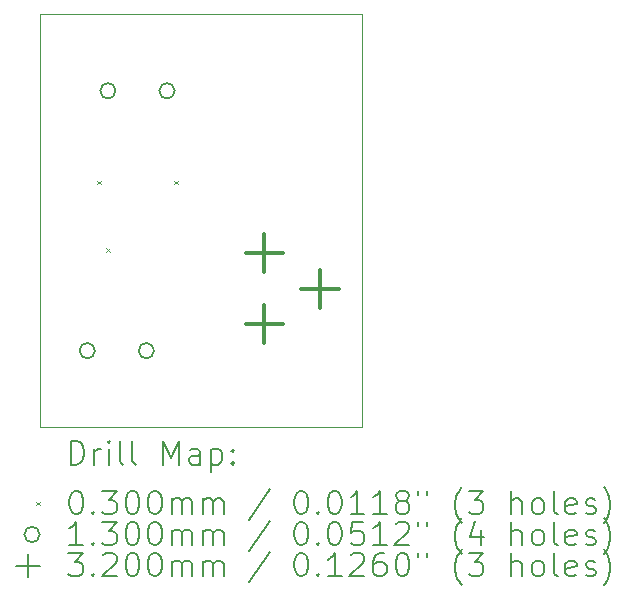
<source format=gbr>
%TF.GenerationSoftware,KiCad,Pcbnew,8.0.4*%
%TF.CreationDate,2024-11-20T20:43:32-05:00*%
%TF.ProjectId,voltage_regulator_5V_ap2210,766f6c74-6167-4655-9f72-6567756c6174,rev?*%
%TF.SameCoordinates,Original*%
%TF.FileFunction,Drillmap*%
%TF.FilePolarity,Positive*%
%FSLAX45Y45*%
G04 Gerber Fmt 4.5, Leading zero omitted, Abs format (unit mm)*
G04 Created by KiCad (PCBNEW 8.0.4) date 2024-11-20 20:43:32*
%MOMM*%
%LPD*%
G01*
G04 APERTURE LIST*
%ADD10C,0.050000*%
%ADD11C,0.200000*%
%ADD12C,0.100000*%
%ADD13C,0.130000*%
%ADD14C,0.320000*%
G04 APERTURE END LIST*
D10*
X9325000Y-3975000D02*
X12050000Y-3975000D01*
X12050000Y-7475000D01*
X9325000Y-7475000D01*
X9325000Y-3975000D01*
D11*
D12*
X9810000Y-5385000D02*
X9840000Y-5415000D01*
X9840000Y-5385000D02*
X9810000Y-5415000D01*
X9885000Y-5960000D02*
X9915000Y-5990000D01*
X9915000Y-5960000D02*
X9885000Y-5990000D01*
X10460000Y-5385000D02*
X10490000Y-5415000D01*
X10490000Y-5385000D02*
X10460000Y-5415000D01*
D13*
X9790000Y-6825000D02*
G75*
G02*
X9660000Y-6825000I-65000J0D01*
G01*
X9660000Y-6825000D02*
G75*
G02*
X9790000Y-6825000I65000J0D01*
G01*
X9965000Y-4625000D02*
G75*
G02*
X9835000Y-4625000I-65000J0D01*
G01*
X9835000Y-4625000D02*
G75*
G02*
X9965000Y-4625000I65000J0D01*
G01*
X10290000Y-6825000D02*
G75*
G02*
X10160000Y-6825000I-65000J0D01*
G01*
X10160000Y-6825000D02*
G75*
G02*
X10290000Y-6825000I65000J0D01*
G01*
X10465000Y-4625000D02*
G75*
G02*
X10335000Y-4625000I-65000J0D01*
G01*
X10335000Y-4625000D02*
G75*
G02*
X10465000Y-4625000I65000J0D01*
G01*
D14*
X11225000Y-5840000D02*
X11225000Y-6160000D01*
X11065000Y-6000000D02*
X11385000Y-6000000D01*
X11225000Y-6440000D02*
X11225000Y-6760000D01*
X11065000Y-6600000D02*
X11385000Y-6600000D01*
X11695000Y-6140000D02*
X11695000Y-6460000D01*
X11535000Y-6300000D02*
X11855000Y-6300000D01*
D11*
X9583277Y-7788984D02*
X9583277Y-7588984D01*
X9583277Y-7588984D02*
X9630896Y-7588984D01*
X9630896Y-7588984D02*
X9659467Y-7598508D01*
X9659467Y-7598508D02*
X9678515Y-7617555D01*
X9678515Y-7617555D02*
X9688039Y-7636603D01*
X9688039Y-7636603D02*
X9697563Y-7674698D01*
X9697563Y-7674698D02*
X9697563Y-7703269D01*
X9697563Y-7703269D02*
X9688039Y-7741365D01*
X9688039Y-7741365D02*
X9678515Y-7760412D01*
X9678515Y-7760412D02*
X9659467Y-7779460D01*
X9659467Y-7779460D02*
X9630896Y-7788984D01*
X9630896Y-7788984D02*
X9583277Y-7788984D01*
X9783277Y-7788984D02*
X9783277Y-7655650D01*
X9783277Y-7693746D02*
X9792801Y-7674698D01*
X9792801Y-7674698D02*
X9802324Y-7665174D01*
X9802324Y-7665174D02*
X9821372Y-7655650D01*
X9821372Y-7655650D02*
X9840420Y-7655650D01*
X9907086Y-7788984D02*
X9907086Y-7655650D01*
X9907086Y-7588984D02*
X9897563Y-7598508D01*
X9897563Y-7598508D02*
X9907086Y-7608031D01*
X9907086Y-7608031D02*
X9916610Y-7598508D01*
X9916610Y-7598508D02*
X9907086Y-7588984D01*
X9907086Y-7588984D02*
X9907086Y-7608031D01*
X10030896Y-7788984D02*
X10011848Y-7779460D01*
X10011848Y-7779460D02*
X10002324Y-7760412D01*
X10002324Y-7760412D02*
X10002324Y-7588984D01*
X10135658Y-7788984D02*
X10116610Y-7779460D01*
X10116610Y-7779460D02*
X10107086Y-7760412D01*
X10107086Y-7760412D02*
X10107086Y-7588984D01*
X10364229Y-7788984D02*
X10364229Y-7588984D01*
X10364229Y-7588984D02*
X10430896Y-7731841D01*
X10430896Y-7731841D02*
X10497563Y-7588984D01*
X10497563Y-7588984D02*
X10497563Y-7788984D01*
X10678515Y-7788984D02*
X10678515Y-7684222D01*
X10678515Y-7684222D02*
X10668991Y-7665174D01*
X10668991Y-7665174D02*
X10649944Y-7655650D01*
X10649944Y-7655650D02*
X10611848Y-7655650D01*
X10611848Y-7655650D02*
X10592801Y-7665174D01*
X10678515Y-7779460D02*
X10659467Y-7788984D01*
X10659467Y-7788984D02*
X10611848Y-7788984D01*
X10611848Y-7788984D02*
X10592801Y-7779460D01*
X10592801Y-7779460D02*
X10583277Y-7760412D01*
X10583277Y-7760412D02*
X10583277Y-7741365D01*
X10583277Y-7741365D02*
X10592801Y-7722317D01*
X10592801Y-7722317D02*
X10611848Y-7712793D01*
X10611848Y-7712793D02*
X10659467Y-7712793D01*
X10659467Y-7712793D02*
X10678515Y-7703269D01*
X10773753Y-7655650D02*
X10773753Y-7855650D01*
X10773753Y-7665174D02*
X10792801Y-7655650D01*
X10792801Y-7655650D02*
X10830896Y-7655650D01*
X10830896Y-7655650D02*
X10849944Y-7665174D01*
X10849944Y-7665174D02*
X10859467Y-7674698D01*
X10859467Y-7674698D02*
X10868991Y-7693746D01*
X10868991Y-7693746D02*
X10868991Y-7750888D01*
X10868991Y-7750888D02*
X10859467Y-7769936D01*
X10859467Y-7769936D02*
X10849944Y-7779460D01*
X10849944Y-7779460D02*
X10830896Y-7788984D01*
X10830896Y-7788984D02*
X10792801Y-7788984D01*
X10792801Y-7788984D02*
X10773753Y-7779460D01*
X10954705Y-7769936D02*
X10964229Y-7779460D01*
X10964229Y-7779460D02*
X10954705Y-7788984D01*
X10954705Y-7788984D02*
X10945182Y-7779460D01*
X10945182Y-7779460D02*
X10954705Y-7769936D01*
X10954705Y-7769936D02*
X10954705Y-7788984D01*
X10954705Y-7665174D02*
X10964229Y-7674698D01*
X10964229Y-7674698D02*
X10954705Y-7684222D01*
X10954705Y-7684222D02*
X10945182Y-7674698D01*
X10945182Y-7674698D02*
X10954705Y-7665174D01*
X10954705Y-7665174D02*
X10954705Y-7684222D01*
D12*
X9292500Y-8102500D02*
X9322500Y-8132500D01*
X9322500Y-8102500D02*
X9292500Y-8132500D01*
D11*
X9621372Y-8008984D02*
X9640420Y-8008984D01*
X9640420Y-8008984D02*
X9659467Y-8018508D01*
X9659467Y-8018508D02*
X9668991Y-8028031D01*
X9668991Y-8028031D02*
X9678515Y-8047079D01*
X9678515Y-8047079D02*
X9688039Y-8085174D01*
X9688039Y-8085174D02*
X9688039Y-8132793D01*
X9688039Y-8132793D02*
X9678515Y-8170888D01*
X9678515Y-8170888D02*
X9668991Y-8189936D01*
X9668991Y-8189936D02*
X9659467Y-8199460D01*
X9659467Y-8199460D02*
X9640420Y-8208984D01*
X9640420Y-8208984D02*
X9621372Y-8208984D01*
X9621372Y-8208984D02*
X9602324Y-8199460D01*
X9602324Y-8199460D02*
X9592801Y-8189936D01*
X9592801Y-8189936D02*
X9583277Y-8170888D01*
X9583277Y-8170888D02*
X9573753Y-8132793D01*
X9573753Y-8132793D02*
X9573753Y-8085174D01*
X9573753Y-8085174D02*
X9583277Y-8047079D01*
X9583277Y-8047079D02*
X9592801Y-8028031D01*
X9592801Y-8028031D02*
X9602324Y-8018508D01*
X9602324Y-8018508D02*
X9621372Y-8008984D01*
X9773753Y-8189936D02*
X9783277Y-8199460D01*
X9783277Y-8199460D02*
X9773753Y-8208984D01*
X9773753Y-8208984D02*
X9764229Y-8199460D01*
X9764229Y-8199460D02*
X9773753Y-8189936D01*
X9773753Y-8189936D02*
X9773753Y-8208984D01*
X9849944Y-8008984D02*
X9973753Y-8008984D01*
X9973753Y-8008984D02*
X9907086Y-8085174D01*
X9907086Y-8085174D02*
X9935658Y-8085174D01*
X9935658Y-8085174D02*
X9954705Y-8094698D01*
X9954705Y-8094698D02*
X9964229Y-8104222D01*
X9964229Y-8104222D02*
X9973753Y-8123269D01*
X9973753Y-8123269D02*
X9973753Y-8170888D01*
X9973753Y-8170888D02*
X9964229Y-8189936D01*
X9964229Y-8189936D02*
X9954705Y-8199460D01*
X9954705Y-8199460D02*
X9935658Y-8208984D01*
X9935658Y-8208984D02*
X9878515Y-8208984D01*
X9878515Y-8208984D02*
X9859467Y-8199460D01*
X9859467Y-8199460D02*
X9849944Y-8189936D01*
X10097563Y-8008984D02*
X10116610Y-8008984D01*
X10116610Y-8008984D02*
X10135658Y-8018508D01*
X10135658Y-8018508D02*
X10145182Y-8028031D01*
X10145182Y-8028031D02*
X10154705Y-8047079D01*
X10154705Y-8047079D02*
X10164229Y-8085174D01*
X10164229Y-8085174D02*
X10164229Y-8132793D01*
X10164229Y-8132793D02*
X10154705Y-8170888D01*
X10154705Y-8170888D02*
X10145182Y-8189936D01*
X10145182Y-8189936D02*
X10135658Y-8199460D01*
X10135658Y-8199460D02*
X10116610Y-8208984D01*
X10116610Y-8208984D02*
X10097563Y-8208984D01*
X10097563Y-8208984D02*
X10078515Y-8199460D01*
X10078515Y-8199460D02*
X10068991Y-8189936D01*
X10068991Y-8189936D02*
X10059467Y-8170888D01*
X10059467Y-8170888D02*
X10049944Y-8132793D01*
X10049944Y-8132793D02*
X10049944Y-8085174D01*
X10049944Y-8085174D02*
X10059467Y-8047079D01*
X10059467Y-8047079D02*
X10068991Y-8028031D01*
X10068991Y-8028031D02*
X10078515Y-8018508D01*
X10078515Y-8018508D02*
X10097563Y-8008984D01*
X10288039Y-8008984D02*
X10307086Y-8008984D01*
X10307086Y-8008984D02*
X10326134Y-8018508D01*
X10326134Y-8018508D02*
X10335658Y-8028031D01*
X10335658Y-8028031D02*
X10345182Y-8047079D01*
X10345182Y-8047079D02*
X10354705Y-8085174D01*
X10354705Y-8085174D02*
X10354705Y-8132793D01*
X10354705Y-8132793D02*
X10345182Y-8170888D01*
X10345182Y-8170888D02*
X10335658Y-8189936D01*
X10335658Y-8189936D02*
X10326134Y-8199460D01*
X10326134Y-8199460D02*
X10307086Y-8208984D01*
X10307086Y-8208984D02*
X10288039Y-8208984D01*
X10288039Y-8208984D02*
X10268991Y-8199460D01*
X10268991Y-8199460D02*
X10259467Y-8189936D01*
X10259467Y-8189936D02*
X10249944Y-8170888D01*
X10249944Y-8170888D02*
X10240420Y-8132793D01*
X10240420Y-8132793D02*
X10240420Y-8085174D01*
X10240420Y-8085174D02*
X10249944Y-8047079D01*
X10249944Y-8047079D02*
X10259467Y-8028031D01*
X10259467Y-8028031D02*
X10268991Y-8018508D01*
X10268991Y-8018508D02*
X10288039Y-8008984D01*
X10440420Y-8208984D02*
X10440420Y-8075650D01*
X10440420Y-8094698D02*
X10449944Y-8085174D01*
X10449944Y-8085174D02*
X10468991Y-8075650D01*
X10468991Y-8075650D02*
X10497563Y-8075650D01*
X10497563Y-8075650D02*
X10516610Y-8085174D01*
X10516610Y-8085174D02*
X10526134Y-8104222D01*
X10526134Y-8104222D02*
X10526134Y-8208984D01*
X10526134Y-8104222D02*
X10535658Y-8085174D01*
X10535658Y-8085174D02*
X10554705Y-8075650D01*
X10554705Y-8075650D02*
X10583277Y-8075650D01*
X10583277Y-8075650D02*
X10602325Y-8085174D01*
X10602325Y-8085174D02*
X10611848Y-8104222D01*
X10611848Y-8104222D02*
X10611848Y-8208984D01*
X10707086Y-8208984D02*
X10707086Y-8075650D01*
X10707086Y-8094698D02*
X10716610Y-8085174D01*
X10716610Y-8085174D02*
X10735658Y-8075650D01*
X10735658Y-8075650D02*
X10764229Y-8075650D01*
X10764229Y-8075650D02*
X10783277Y-8085174D01*
X10783277Y-8085174D02*
X10792801Y-8104222D01*
X10792801Y-8104222D02*
X10792801Y-8208984D01*
X10792801Y-8104222D02*
X10802325Y-8085174D01*
X10802325Y-8085174D02*
X10821372Y-8075650D01*
X10821372Y-8075650D02*
X10849944Y-8075650D01*
X10849944Y-8075650D02*
X10868991Y-8085174D01*
X10868991Y-8085174D02*
X10878515Y-8104222D01*
X10878515Y-8104222D02*
X10878515Y-8208984D01*
X11268991Y-7999460D02*
X11097563Y-8256603D01*
X11526134Y-8008984D02*
X11545182Y-8008984D01*
X11545182Y-8008984D02*
X11564229Y-8018508D01*
X11564229Y-8018508D02*
X11573753Y-8028031D01*
X11573753Y-8028031D02*
X11583277Y-8047079D01*
X11583277Y-8047079D02*
X11592801Y-8085174D01*
X11592801Y-8085174D02*
X11592801Y-8132793D01*
X11592801Y-8132793D02*
X11583277Y-8170888D01*
X11583277Y-8170888D02*
X11573753Y-8189936D01*
X11573753Y-8189936D02*
X11564229Y-8199460D01*
X11564229Y-8199460D02*
X11545182Y-8208984D01*
X11545182Y-8208984D02*
X11526134Y-8208984D01*
X11526134Y-8208984D02*
X11507086Y-8199460D01*
X11507086Y-8199460D02*
X11497563Y-8189936D01*
X11497563Y-8189936D02*
X11488039Y-8170888D01*
X11488039Y-8170888D02*
X11478515Y-8132793D01*
X11478515Y-8132793D02*
X11478515Y-8085174D01*
X11478515Y-8085174D02*
X11488039Y-8047079D01*
X11488039Y-8047079D02*
X11497563Y-8028031D01*
X11497563Y-8028031D02*
X11507086Y-8018508D01*
X11507086Y-8018508D02*
X11526134Y-8008984D01*
X11678515Y-8189936D02*
X11688039Y-8199460D01*
X11688039Y-8199460D02*
X11678515Y-8208984D01*
X11678515Y-8208984D02*
X11668991Y-8199460D01*
X11668991Y-8199460D02*
X11678515Y-8189936D01*
X11678515Y-8189936D02*
X11678515Y-8208984D01*
X11811848Y-8008984D02*
X11830896Y-8008984D01*
X11830896Y-8008984D02*
X11849944Y-8018508D01*
X11849944Y-8018508D02*
X11859467Y-8028031D01*
X11859467Y-8028031D02*
X11868991Y-8047079D01*
X11868991Y-8047079D02*
X11878515Y-8085174D01*
X11878515Y-8085174D02*
X11878515Y-8132793D01*
X11878515Y-8132793D02*
X11868991Y-8170888D01*
X11868991Y-8170888D02*
X11859467Y-8189936D01*
X11859467Y-8189936D02*
X11849944Y-8199460D01*
X11849944Y-8199460D02*
X11830896Y-8208984D01*
X11830896Y-8208984D02*
X11811848Y-8208984D01*
X11811848Y-8208984D02*
X11792801Y-8199460D01*
X11792801Y-8199460D02*
X11783277Y-8189936D01*
X11783277Y-8189936D02*
X11773753Y-8170888D01*
X11773753Y-8170888D02*
X11764229Y-8132793D01*
X11764229Y-8132793D02*
X11764229Y-8085174D01*
X11764229Y-8085174D02*
X11773753Y-8047079D01*
X11773753Y-8047079D02*
X11783277Y-8028031D01*
X11783277Y-8028031D02*
X11792801Y-8018508D01*
X11792801Y-8018508D02*
X11811848Y-8008984D01*
X12068991Y-8208984D02*
X11954706Y-8208984D01*
X12011848Y-8208984D02*
X12011848Y-8008984D01*
X12011848Y-8008984D02*
X11992801Y-8037555D01*
X11992801Y-8037555D02*
X11973753Y-8056603D01*
X11973753Y-8056603D02*
X11954706Y-8066127D01*
X12259467Y-8208984D02*
X12145182Y-8208984D01*
X12202325Y-8208984D02*
X12202325Y-8008984D01*
X12202325Y-8008984D02*
X12183277Y-8037555D01*
X12183277Y-8037555D02*
X12164229Y-8056603D01*
X12164229Y-8056603D02*
X12145182Y-8066127D01*
X12373753Y-8094698D02*
X12354706Y-8085174D01*
X12354706Y-8085174D02*
X12345182Y-8075650D01*
X12345182Y-8075650D02*
X12335658Y-8056603D01*
X12335658Y-8056603D02*
X12335658Y-8047079D01*
X12335658Y-8047079D02*
X12345182Y-8028031D01*
X12345182Y-8028031D02*
X12354706Y-8018508D01*
X12354706Y-8018508D02*
X12373753Y-8008984D01*
X12373753Y-8008984D02*
X12411848Y-8008984D01*
X12411848Y-8008984D02*
X12430896Y-8018508D01*
X12430896Y-8018508D02*
X12440420Y-8028031D01*
X12440420Y-8028031D02*
X12449944Y-8047079D01*
X12449944Y-8047079D02*
X12449944Y-8056603D01*
X12449944Y-8056603D02*
X12440420Y-8075650D01*
X12440420Y-8075650D02*
X12430896Y-8085174D01*
X12430896Y-8085174D02*
X12411848Y-8094698D01*
X12411848Y-8094698D02*
X12373753Y-8094698D01*
X12373753Y-8094698D02*
X12354706Y-8104222D01*
X12354706Y-8104222D02*
X12345182Y-8113746D01*
X12345182Y-8113746D02*
X12335658Y-8132793D01*
X12335658Y-8132793D02*
X12335658Y-8170888D01*
X12335658Y-8170888D02*
X12345182Y-8189936D01*
X12345182Y-8189936D02*
X12354706Y-8199460D01*
X12354706Y-8199460D02*
X12373753Y-8208984D01*
X12373753Y-8208984D02*
X12411848Y-8208984D01*
X12411848Y-8208984D02*
X12430896Y-8199460D01*
X12430896Y-8199460D02*
X12440420Y-8189936D01*
X12440420Y-8189936D02*
X12449944Y-8170888D01*
X12449944Y-8170888D02*
X12449944Y-8132793D01*
X12449944Y-8132793D02*
X12440420Y-8113746D01*
X12440420Y-8113746D02*
X12430896Y-8104222D01*
X12430896Y-8104222D02*
X12411848Y-8094698D01*
X12526134Y-8008984D02*
X12526134Y-8047079D01*
X12602325Y-8008984D02*
X12602325Y-8047079D01*
X12897563Y-8285174D02*
X12888039Y-8275650D01*
X12888039Y-8275650D02*
X12868991Y-8247079D01*
X12868991Y-8247079D02*
X12859468Y-8228031D01*
X12859468Y-8228031D02*
X12849944Y-8199460D01*
X12849944Y-8199460D02*
X12840420Y-8151841D01*
X12840420Y-8151841D02*
X12840420Y-8113746D01*
X12840420Y-8113746D02*
X12849944Y-8066127D01*
X12849944Y-8066127D02*
X12859468Y-8037555D01*
X12859468Y-8037555D02*
X12868991Y-8018508D01*
X12868991Y-8018508D02*
X12888039Y-7989936D01*
X12888039Y-7989936D02*
X12897563Y-7980412D01*
X12954706Y-8008984D02*
X13078515Y-8008984D01*
X13078515Y-8008984D02*
X13011848Y-8085174D01*
X13011848Y-8085174D02*
X13040420Y-8085174D01*
X13040420Y-8085174D02*
X13059468Y-8094698D01*
X13059468Y-8094698D02*
X13068991Y-8104222D01*
X13068991Y-8104222D02*
X13078515Y-8123269D01*
X13078515Y-8123269D02*
X13078515Y-8170888D01*
X13078515Y-8170888D02*
X13068991Y-8189936D01*
X13068991Y-8189936D02*
X13059468Y-8199460D01*
X13059468Y-8199460D02*
X13040420Y-8208984D01*
X13040420Y-8208984D02*
X12983277Y-8208984D01*
X12983277Y-8208984D02*
X12964229Y-8199460D01*
X12964229Y-8199460D02*
X12954706Y-8189936D01*
X13316610Y-8208984D02*
X13316610Y-8008984D01*
X13402325Y-8208984D02*
X13402325Y-8104222D01*
X13402325Y-8104222D02*
X13392801Y-8085174D01*
X13392801Y-8085174D02*
X13373753Y-8075650D01*
X13373753Y-8075650D02*
X13345182Y-8075650D01*
X13345182Y-8075650D02*
X13326134Y-8085174D01*
X13326134Y-8085174D02*
X13316610Y-8094698D01*
X13526134Y-8208984D02*
X13507087Y-8199460D01*
X13507087Y-8199460D02*
X13497563Y-8189936D01*
X13497563Y-8189936D02*
X13488039Y-8170888D01*
X13488039Y-8170888D02*
X13488039Y-8113746D01*
X13488039Y-8113746D02*
X13497563Y-8094698D01*
X13497563Y-8094698D02*
X13507087Y-8085174D01*
X13507087Y-8085174D02*
X13526134Y-8075650D01*
X13526134Y-8075650D02*
X13554706Y-8075650D01*
X13554706Y-8075650D02*
X13573753Y-8085174D01*
X13573753Y-8085174D02*
X13583277Y-8094698D01*
X13583277Y-8094698D02*
X13592801Y-8113746D01*
X13592801Y-8113746D02*
X13592801Y-8170888D01*
X13592801Y-8170888D02*
X13583277Y-8189936D01*
X13583277Y-8189936D02*
X13573753Y-8199460D01*
X13573753Y-8199460D02*
X13554706Y-8208984D01*
X13554706Y-8208984D02*
X13526134Y-8208984D01*
X13707087Y-8208984D02*
X13688039Y-8199460D01*
X13688039Y-8199460D02*
X13678515Y-8180412D01*
X13678515Y-8180412D02*
X13678515Y-8008984D01*
X13859468Y-8199460D02*
X13840420Y-8208984D01*
X13840420Y-8208984D02*
X13802325Y-8208984D01*
X13802325Y-8208984D02*
X13783277Y-8199460D01*
X13783277Y-8199460D02*
X13773753Y-8180412D01*
X13773753Y-8180412D02*
X13773753Y-8104222D01*
X13773753Y-8104222D02*
X13783277Y-8085174D01*
X13783277Y-8085174D02*
X13802325Y-8075650D01*
X13802325Y-8075650D02*
X13840420Y-8075650D01*
X13840420Y-8075650D02*
X13859468Y-8085174D01*
X13859468Y-8085174D02*
X13868991Y-8104222D01*
X13868991Y-8104222D02*
X13868991Y-8123269D01*
X13868991Y-8123269D02*
X13773753Y-8142317D01*
X13945182Y-8199460D02*
X13964230Y-8208984D01*
X13964230Y-8208984D02*
X14002325Y-8208984D01*
X14002325Y-8208984D02*
X14021372Y-8199460D01*
X14021372Y-8199460D02*
X14030896Y-8180412D01*
X14030896Y-8180412D02*
X14030896Y-8170888D01*
X14030896Y-8170888D02*
X14021372Y-8151841D01*
X14021372Y-8151841D02*
X14002325Y-8142317D01*
X14002325Y-8142317D02*
X13973753Y-8142317D01*
X13973753Y-8142317D02*
X13954706Y-8132793D01*
X13954706Y-8132793D02*
X13945182Y-8113746D01*
X13945182Y-8113746D02*
X13945182Y-8104222D01*
X13945182Y-8104222D02*
X13954706Y-8085174D01*
X13954706Y-8085174D02*
X13973753Y-8075650D01*
X13973753Y-8075650D02*
X14002325Y-8075650D01*
X14002325Y-8075650D02*
X14021372Y-8085174D01*
X14097563Y-8285174D02*
X14107087Y-8275650D01*
X14107087Y-8275650D02*
X14126134Y-8247079D01*
X14126134Y-8247079D02*
X14135658Y-8228031D01*
X14135658Y-8228031D02*
X14145182Y-8199460D01*
X14145182Y-8199460D02*
X14154706Y-8151841D01*
X14154706Y-8151841D02*
X14154706Y-8113746D01*
X14154706Y-8113746D02*
X14145182Y-8066127D01*
X14145182Y-8066127D02*
X14135658Y-8037555D01*
X14135658Y-8037555D02*
X14126134Y-8018508D01*
X14126134Y-8018508D02*
X14107087Y-7989936D01*
X14107087Y-7989936D02*
X14097563Y-7980412D01*
D13*
X9322500Y-8381500D02*
G75*
G02*
X9192500Y-8381500I-65000J0D01*
G01*
X9192500Y-8381500D02*
G75*
G02*
X9322500Y-8381500I65000J0D01*
G01*
D11*
X9688039Y-8472984D02*
X9573753Y-8472984D01*
X9630896Y-8472984D02*
X9630896Y-8272984D01*
X9630896Y-8272984D02*
X9611848Y-8301555D01*
X9611848Y-8301555D02*
X9592801Y-8320603D01*
X9592801Y-8320603D02*
X9573753Y-8330127D01*
X9773753Y-8453936D02*
X9783277Y-8463460D01*
X9783277Y-8463460D02*
X9773753Y-8472984D01*
X9773753Y-8472984D02*
X9764229Y-8463460D01*
X9764229Y-8463460D02*
X9773753Y-8453936D01*
X9773753Y-8453936D02*
X9773753Y-8472984D01*
X9849944Y-8272984D02*
X9973753Y-8272984D01*
X9973753Y-8272984D02*
X9907086Y-8349174D01*
X9907086Y-8349174D02*
X9935658Y-8349174D01*
X9935658Y-8349174D02*
X9954705Y-8358698D01*
X9954705Y-8358698D02*
X9964229Y-8368222D01*
X9964229Y-8368222D02*
X9973753Y-8387269D01*
X9973753Y-8387269D02*
X9973753Y-8434889D01*
X9973753Y-8434889D02*
X9964229Y-8453936D01*
X9964229Y-8453936D02*
X9954705Y-8463460D01*
X9954705Y-8463460D02*
X9935658Y-8472984D01*
X9935658Y-8472984D02*
X9878515Y-8472984D01*
X9878515Y-8472984D02*
X9859467Y-8463460D01*
X9859467Y-8463460D02*
X9849944Y-8453936D01*
X10097563Y-8272984D02*
X10116610Y-8272984D01*
X10116610Y-8272984D02*
X10135658Y-8282508D01*
X10135658Y-8282508D02*
X10145182Y-8292031D01*
X10145182Y-8292031D02*
X10154705Y-8311079D01*
X10154705Y-8311079D02*
X10164229Y-8349174D01*
X10164229Y-8349174D02*
X10164229Y-8396793D01*
X10164229Y-8396793D02*
X10154705Y-8434889D01*
X10154705Y-8434889D02*
X10145182Y-8453936D01*
X10145182Y-8453936D02*
X10135658Y-8463460D01*
X10135658Y-8463460D02*
X10116610Y-8472984D01*
X10116610Y-8472984D02*
X10097563Y-8472984D01*
X10097563Y-8472984D02*
X10078515Y-8463460D01*
X10078515Y-8463460D02*
X10068991Y-8453936D01*
X10068991Y-8453936D02*
X10059467Y-8434889D01*
X10059467Y-8434889D02*
X10049944Y-8396793D01*
X10049944Y-8396793D02*
X10049944Y-8349174D01*
X10049944Y-8349174D02*
X10059467Y-8311079D01*
X10059467Y-8311079D02*
X10068991Y-8292031D01*
X10068991Y-8292031D02*
X10078515Y-8282508D01*
X10078515Y-8282508D02*
X10097563Y-8272984D01*
X10288039Y-8272984D02*
X10307086Y-8272984D01*
X10307086Y-8272984D02*
X10326134Y-8282508D01*
X10326134Y-8282508D02*
X10335658Y-8292031D01*
X10335658Y-8292031D02*
X10345182Y-8311079D01*
X10345182Y-8311079D02*
X10354705Y-8349174D01*
X10354705Y-8349174D02*
X10354705Y-8396793D01*
X10354705Y-8396793D02*
X10345182Y-8434889D01*
X10345182Y-8434889D02*
X10335658Y-8453936D01*
X10335658Y-8453936D02*
X10326134Y-8463460D01*
X10326134Y-8463460D02*
X10307086Y-8472984D01*
X10307086Y-8472984D02*
X10288039Y-8472984D01*
X10288039Y-8472984D02*
X10268991Y-8463460D01*
X10268991Y-8463460D02*
X10259467Y-8453936D01*
X10259467Y-8453936D02*
X10249944Y-8434889D01*
X10249944Y-8434889D02*
X10240420Y-8396793D01*
X10240420Y-8396793D02*
X10240420Y-8349174D01*
X10240420Y-8349174D02*
X10249944Y-8311079D01*
X10249944Y-8311079D02*
X10259467Y-8292031D01*
X10259467Y-8292031D02*
X10268991Y-8282508D01*
X10268991Y-8282508D02*
X10288039Y-8272984D01*
X10440420Y-8472984D02*
X10440420Y-8339650D01*
X10440420Y-8358698D02*
X10449944Y-8349174D01*
X10449944Y-8349174D02*
X10468991Y-8339650D01*
X10468991Y-8339650D02*
X10497563Y-8339650D01*
X10497563Y-8339650D02*
X10516610Y-8349174D01*
X10516610Y-8349174D02*
X10526134Y-8368222D01*
X10526134Y-8368222D02*
X10526134Y-8472984D01*
X10526134Y-8368222D02*
X10535658Y-8349174D01*
X10535658Y-8349174D02*
X10554705Y-8339650D01*
X10554705Y-8339650D02*
X10583277Y-8339650D01*
X10583277Y-8339650D02*
X10602325Y-8349174D01*
X10602325Y-8349174D02*
X10611848Y-8368222D01*
X10611848Y-8368222D02*
X10611848Y-8472984D01*
X10707086Y-8472984D02*
X10707086Y-8339650D01*
X10707086Y-8358698D02*
X10716610Y-8349174D01*
X10716610Y-8349174D02*
X10735658Y-8339650D01*
X10735658Y-8339650D02*
X10764229Y-8339650D01*
X10764229Y-8339650D02*
X10783277Y-8349174D01*
X10783277Y-8349174D02*
X10792801Y-8368222D01*
X10792801Y-8368222D02*
X10792801Y-8472984D01*
X10792801Y-8368222D02*
X10802325Y-8349174D01*
X10802325Y-8349174D02*
X10821372Y-8339650D01*
X10821372Y-8339650D02*
X10849944Y-8339650D01*
X10849944Y-8339650D02*
X10868991Y-8349174D01*
X10868991Y-8349174D02*
X10878515Y-8368222D01*
X10878515Y-8368222D02*
X10878515Y-8472984D01*
X11268991Y-8263460D02*
X11097563Y-8520603D01*
X11526134Y-8272984D02*
X11545182Y-8272984D01*
X11545182Y-8272984D02*
X11564229Y-8282508D01*
X11564229Y-8282508D02*
X11573753Y-8292031D01*
X11573753Y-8292031D02*
X11583277Y-8311079D01*
X11583277Y-8311079D02*
X11592801Y-8349174D01*
X11592801Y-8349174D02*
X11592801Y-8396793D01*
X11592801Y-8396793D02*
X11583277Y-8434889D01*
X11583277Y-8434889D02*
X11573753Y-8453936D01*
X11573753Y-8453936D02*
X11564229Y-8463460D01*
X11564229Y-8463460D02*
X11545182Y-8472984D01*
X11545182Y-8472984D02*
X11526134Y-8472984D01*
X11526134Y-8472984D02*
X11507086Y-8463460D01*
X11507086Y-8463460D02*
X11497563Y-8453936D01*
X11497563Y-8453936D02*
X11488039Y-8434889D01*
X11488039Y-8434889D02*
X11478515Y-8396793D01*
X11478515Y-8396793D02*
X11478515Y-8349174D01*
X11478515Y-8349174D02*
X11488039Y-8311079D01*
X11488039Y-8311079D02*
X11497563Y-8292031D01*
X11497563Y-8292031D02*
X11507086Y-8282508D01*
X11507086Y-8282508D02*
X11526134Y-8272984D01*
X11678515Y-8453936D02*
X11688039Y-8463460D01*
X11688039Y-8463460D02*
X11678515Y-8472984D01*
X11678515Y-8472984D02*
X11668991Y-8463460D01*
X11668991Y-8463460D02*
X11678515Y-8453936D01*
X11678515Y-8453936D02*
X11678515Y-8472984D01*
X11811848Y-8272984D02*
X11830896Y-8272984D01*
X11830896Y-8272984D02*
X11849944Y-8282508D01*
X11849944Y-8282508D02*
X11859467Y-8292031D01*
X11859467Y-8292031D02*
X11868991Y-8311079D01*
X11868991Y-8311079D02*
X11878515Y-8349174D01*
X11878515Y-8349174D02*
X11878515Y-8396793D01*
X11878515Y-8396793D02*
X11868991Y-8434889D01*
X11868991Y-8434889D02*
X11859467Y-8453936D01*
X11859467Y-8453936D02*
X11849944Y-8463460D01*
X11849944Y-8463460D02*
X11830896Y-8472984D01*
X11830896Y-8472984D02*
X11811848Y-8472984D01*
X11811848Y-8472984D02*
X11792801Y-8463460D01*
X11792801Y-8463460D02*
X11783277Y-8453936D01*
X11783277Y-8453936D02*
X11773753Y-8434889D01*
X11773753Y-8434889D02*
X11764229Y-8396793D01*
X11764229Y-8396793D02*
X11764229Y-8349174D01*
X11764229Y-8349174D02*
X11773753Y-8311079D01*
X11773753Y-8311079D02*
X11783277Y-8292031D01*
X11783277Y-8292031D02*
X11792801Y-8282508D01*
X11792801Y-8282508D02*
X11811848Y-8272984D01*
X12059467Y-8272984D02*
X11964229Y-8272984D01*
X11964229Y-8272984D02*
X11954706Y-8368222D01*
X11954706Y-8368222D02*
X11964229Y-8358698D01*
X11964229Y-8358698D02*
X11983277Y-8349174D01*
X11983277Y-8349174D02*
X12030896Y-8349174D01*
X12030896Y-8349174D02*
X12049944Y-8358698D01*
X12049944Y-8358698D02*
X12059467Y-8368222D01*
X12059467Y-8368222D02*
X12068991Y-8387269D01*
X12068991Y-8387269D02*
X12068991Y-8434889D01*
X12068991Y-8434889D02*
X12059467Y-8453936D01*
X12059467Y-8453936D02*
X12049944Y-8463460D01*
X12049944Y-8463460D02*
X12030896Y-8472984D01*
X12030896Y-8472984D02*
X11983277Y-8472984D01*
X11983277Y-8472984D02*
X11964229Y-8463460D01*
X11964229Y-8463460D02*
X11954706Y-8453936D01*
X12259467Y-8472984D02*
X12145182Y-8472984D01*
X12202325Y-8472984D02*
X12202325Y-8272984D01*
X12202325Y-8272984D02*
X12183277Y-8301555D01*
X12183277Y-8301555D02*
X12164229Y-8320603D01*
X12164229Y-8320603D02*
X12145182Y-8330127D01*
X12335658Y-8292031D02*
X12345182Y-8282508D01*
X12345182Y-8282508D02*
X12364229Y-8272984D01*
X12364229Y-8272984D02*
X12411848Y-8272984D01*
X12411848Y-8272984D02*
X12430896Y-8282508D01*
X12430896Y-8282508D02*
X12440420Y-8292031D01*
X12440420Y-8292031D02*
X12449944Y-8311079D01*
X12449944Y-8311079D02*
X12449944Y-8330127D01*
X12449944Y-8330127D02*
X12440420Y-8358698D01*
X12440420Y-8358698D02*
X12326134Y-8472984D01*
X12326134Y-8472984D02*
X12449944Y-8472984D01*
X12526134Y-8272984D02*
X12526134Y-8311079D01*
X12602325Y-8272984D02*
X12602325Y-8311079D01*
X12897563Y-8549174D02*
X12888039Y-8539650D01*
X12888039Y-8539650D02*
X12868991Y-8511079D01*
X12868991Y-8511079D02*
X12859468Y-8492031D01*
X12859468Y-8492031D02*
X12849944Y-8463460D01*
X12849944Y-8463460D02*
X12840420Y-8415841D01*
X12840420Y-8415841D02*
X12840420Y-8377746D01*
X12840420Y-8377746D02*
X12849944Y-8330127D01*
X12849944Y-8330127D02*
X12859468Y-8301555D01*
X12859468Y-8301555D02*
X12868991Y-8282508D01*
X12868991Y-8282508D02*
X12888039Y-8253936D01*
X12888039Y-8253936D02*
X12897563Y-8244412D01*
X13059468Y-8339650D02*
X13059468Y-8472984D01*
X13011848Y-8263460D02*
X12964229Y-8406317D01*
X12964229Y-8406317D02*
X13088039Y-8406317D01*
X13316610Y-8472984D02*
X13316610Y-8272984D01*
X13402325Y-8472984D02*
X13402325Y-8368222D01*
X13402325Y-8368222D02*
X13392801Y-8349174D01*
X13392801Y-8349174D02*
X13373753Y-8339650D01*
X13373753Y-8339650D02*
X13345182Y-8339650D01*
X13345182Y-8339650D02*
X13326134Y-8349174D01*
X13326134Y-8349174D02*
X13316610Y-8358698D01*
X13526134Y-8472984D02*
X13507087Y-8463460D01*
X13507087Y-8463460D02*
X13497563Y-8453936D01*
X13497563Y-8453936D02*
X13488039Y-8434889D01*
X13488039Y-8434889D02*
X13488039Y-8377746D01*
X13488039Y-8377746D02*
X13497563Y-8358698D01*
X13497563Y-8358698D02*
X13507087Y-8349174D01*
X13507087Y-8349174D02*
X13526134Y-8339650D01*
X13526134Y-8339650D02*
X13554706Y-8339650D01*
X13554706Y-8339650D02*
X13573753Y-8349174D01*
X13573753Y-8349174D02*
X13583277Y-8358698D01*
X13583277Y-8358698D02*
X13592801Y-8377746D01*
X13592801Y-8377746D02*
X13592801Y-8434889D01*
X13592801Y-8434889D02*
X13583277Y-8453936D01*
X13583277Y-8453936D02*
X13573753Y-8463460D01*
X13573753Y-8463460D02*
X13554706Y-8472984D01*
X13554706Y-8472984D02*
X13526134Y-8472984D01*
X13707087Y-8472984D02*
X13688039Y-8463460D01*
X13688039Y-8463460D02*
X13678515Y-8444412D01*
X13678515Y-8444412D02*
X13678515Y-8272984D01*
X13859468Y-8463460D02*
X13840420Y-8472984D01*
X13840420Y-8472984D02*
X13802325Y-8472984D01*
X13802325Y-8472984D02*
X13783277Y-8463460D01*
X13783277Y-8463460D02*
X13773753Y-8444412D01*
X13773753Y-8444412D02*
X13773753Y-8368222D01*
X13773753Y-8368222D02*
X13783277Y-8349174D01*
X13783277Y-8349174D02*
X13802325Y-8339650D01*
X13802325Y-8339650D02*
X13840420Y-8339650D01*
X13840420Y-8339650D02*
X13859468Y-8349174D01*
X13859468Y-8349174D02*
X13868991Y-8368222D01*
X13868991Y-8368222D02*
X13868991Y-8387269D01*
X13868991Y-8387269D02*
X13773753Y-8406317D01*
X13945182Y-8463460D02*
X13964230Y-8472984D01*
X13964230Y-8472984D02*
X14002325Y-8472984D01*
X14002325Y-8472984D02*
X14021372Y-8463460D01*
X14021372Y-8463460D02*
X14030896Y-8444412D01*
X14030896Y-8444412D02*
X14030896Y-8434889D01*
X14030896Y-8434889D02*
X14021372Y-8415841D01*
X14021372Y-8415841D02*
X14002325Y-8406317D01*
X14002325Y-8406317D02*
X13973753Y-8406317D01*
X13973753Y-8406317D02*
X13954706Y-8396793D01*
X13954706Y-8396793D02*
X13945182Y-8377746D01*
X13945182Y-8377746D02*
X13945182Y-8368222D01*
X13945182Y-8368222D02*
X13954706Y-8349174D01*
X13954706Y-8349174D02*
X13973753Y-8339650D01*
X13973753Y-8339650D02*
X14002325Y-8339650D01*
X14002325Y-8339650D02*
X14021372Y-8349174D01*
X14097563Y-8549174D02*
X14107087Y-8539650D01*
X14107087Y-8539650D02*
X14126134Y-8511079D01*
X14126134Y-8511079D02*
X14135658Y-8492031D01*
X14135658Y-8492031D02*
X14145182Y-8463460D01*
X14145182Y-8463460D02*
X14154706Y-8415841D01*
X14154706Y-8415841D02*
X14154706Y-8377746D01*
X14154706Y-8377746D02*
X14145182Y-8330127D01*
X14145182Y-8330127D02*
X14135658Y-8301555D01*
X14135658Y-8301555D02*
X14126134Y-8282508D01*
X14126134Y-8282508D02*
X14107087Y-8253936D01*
X14107087Y-8253936D02*
X14097563Y-8244412D01*
X9222500Y-8545500D02*
X9222500Y-8745500D01*
X9122500Y-8645500D02*
X9322500Y-8645500D01*
X9564229Y-8536984D02*
X9688039Y-8536984D01*
X9688039Y-8536984D02*
X9621372Y-8613174D01*
X9621372Y-8613174D02*
X9649944Y-8613174D01*
X9649944Y-8613174D02*
X9668991Y-8622698D01*
X9668991Y-8622698D02*
X9678515Y-8632222D01*
X9678515Y-8632222D02*
X9688039Y-8651270D01*
X9688039Y-8651270D02*
X9688039Y-8698889D01*
X9688039Y-8698889D02*
X9678515Y-8717936D01*
X9678515Y-8717936D02*
X9668991Y-8727460D01*
X9668991Y-8727460D02*
X9649944Y-8736984D01*
X9649944Y-8736984D02*
X9592801Y-8736984D01*
X9592801Y-8736984D02*
X9573753Y-8727460D01*
X9573753Y-8727460D02*
X9564229Y-8717936D01*
X9773753Y-8717936D02*
X9783277Y-8727460D01*
X9783277Y-8727460D02*
X9773753Y-8736984D01*
X9773753Y-8736984D02*
X9764229Y-8727460D01*
X9764229Y-8727460D02*
X9773753Y-8717936D01*
X9773753Y-8717936D02*
X9773753Y-8736984D01*
X9859467Y-8556031D02*
X9868991Y-8546508D01*
X9868991Y-8546508D02*
X9888039Y-8536984D01*
X9888039Y-8536984D02*
X9935658Y-8536984D01*
X9935658Y-8536984D02*
X9954705Y-8546508D01*
X9954705Y-8546508D02*
X9964229Y-8556031D01*
X9964229Y-8556031D02*
X9973753Y-8575079D01*
X9973753Y-8575079D02*
X9973753Y-8594127D01*
X9973753Y-8594127D02*
X9964229Y-8622698D01*
X9964229Y-8622698D02*
X9849944Y-8736984D01*
X9849944Y-8736984D02*
X9973753Y-8736984D01*
X10097563Y-8536984D02*
X10116610Y-8536984D01*
X10116610Y-8536984D02*
X10135658Y-8546508D01*
X10135658Y-8546508D02*
X10145182Y-8556031D01*
X10145182Y-8556031D02*
X10154705Y-8575079D01*
X10154705Y-8575079D02*
X10164229Y-8613174D01*
X10164229Y-8613174D02*
X10164229Y-8660793D01*
X10164229Y-8660793D02*
X10154705Y-8698889D01*
X10154705Y-8698889D02*
X10145182Y-8717936D01*
X10145182Y-8717936D02*
X10135658Y-8727460D01*
X10135658Y-8727460D02*
X10116610Y-8736984D01*
X10116610Y-8736984D02*
X10097563Y-8736984D01*
X10097563Y-8736984D02*
X10078515Y-8727460D01*
X10078515Y-8727460D02*
X10068991Y-8717936D01*
X10068991Y-8717936D02*
X10059467Y-8698889D01*
X10059467Y-8698889D02*
X10049944Y-8660793D01*
X10049944Y-8660793D02*
X10049944Y-8613174D01*
X10049944Y-8613174D02*
X10059467Y-8575079D01*
X10059467Y-8575079D02*
X10068991Y-8556031D01*
X10068991Y-8556031D02*
X10078515Y-8546508D01*
X10078515Y-8546508D02*
X10097563Y-8536984D01*
X10288039Y-8536984D02*
X10307086Y-8536984D01*
X10307086Y-8536984D02*
X10326134Y-8546508D01*
X10326134Y-8546508D02*
X10335658Y-8556031D01*
X10335658Y-8556031D02*
X10345182Y-8575079D01*
X10345182Y-8575079D02*
X10354705Y-8613174D01*
X10354705Y-8613174D02*
X10354705Y-8660793D01*
X10354705Y-8660793D02*
X10345182Y-8698889D01*
X10345182Y-8698889D02*
X10335658Y-8717936D01*
X10335658Y-8717936D02*
X10326134Y-8727460D01*
X10326134Y-8727460D02*
X10307086Y-8736984D01*
X10307086Y-8736984D02*
X10288039Y-8736984D01*
X10288039Y-8736984D02*
X10268991Y-8727460D01*
X10268991Y-8727460D02*
X10259467Y-8717936D01*
X10259467Y-8717936D02*
X10249944Y-8698889D01*
X10249944Y-8698889D02*
X10240420Y-8660793D01*
X10240420Y-8660793D02*
X10240420Y-8613174D01*
X10240420Y-8613174D02*
X10249944Y-8575079D01*
X10249944Y-8575079D02*
X10259467Y-8556031D01*
X10259467Y-8556031D02*
X10268991Y-8546508D01*
X10268991Y-8546508D02*
X10288039Y-8536984D01*
X10440420Y-8736984D02*
X10440420Y-8603650D01*
X10440420Y-8622698D02*
X10449944Y-8613174D01*
X10449944Y-8613174D02*
X10468991Y-8603650D01*
X10468991Y-8603650D02*
X10497563Y-8603650D01*
X10497563Y-8603650D02*
X10516610Y-8613174D01*
X10516610Y-8613174D02*
X10526134Y-8632222D01*
X10526134Y-8632222D02*
X10526134Y-8736984D01*
X10526134Y-8632222D02*
X10535658Y-8613174D01*
X10535658Y-8613174D02*
X10554705Y-8603650D01*
X10554705Y-8603650D02*
X10583277Y-8603650D01*
X10583277Y-8603650D02*
X10602325Y-8613174D01*
X10602325Y-8613174D02*
X10611848Y-8632222D01*
X10611848Y-8632222D02*
X10611848Y-8736984D01*
X10707086Y-8736984D02*
X10707086Y-8603650D01*
X10707086Y-8622698D02*
X10716610Y-8613174D01*
X10716610Y-8613174D02*
X10735658Y-8603650D01*
X10735658Y-8603650D02*
X10764229Y-8603650D01*
X10764229Y-8603650D02*
X10783277Y-8613174D01*
X10783277Y-8613174D02*
X10792801Y-8632222D01*
X10792801Y-8632222D02*
X10792801Y-8736984D01*
X10792801Y-8632222D02*
X10802325Y-8613174D01*
X10802325Y-8613174D02*
X10821372Y-8603650D01*
X10821372Y-8603650D02*
X10849944Y-8603650D01*
X10849944Y-8603650D02*
X10868991Y-8613174D01*
X10868991Y-8613174D02*
X10878515Y-8632222D01*
X10878515Y-8632222D02*
X10878515Y-8736984D01*
X11268991Y-8527460D02*
X11097563Y-8784603D01*
X11526134Y-8536984D02*
X11545182Y-8536984D01*
X11545182Y-8536984D02*
X11564229Y-8546508D01*
X11564229Y-8546508D02*
X11573753Y-8556031D01*
X11573753Y-8556031D02*
X11583277Y-8575079D01*
X11583277Y-8575079D02*
X11592801Y-8613174D01*
X11592801Y-8613174D02*
X11592801Y-8660793D01*
X11592801Y-8660793D02*
X11583277Y-8698889D01*
X11583277Y-8698889D02*
X11573753Y-8717936D01*
X11573753Y-8717936D02*
X11564229Y-8727460D01*
X11564229Y-8727460D02*
X11545182Y-8736984D01*
X11545182Y-8736984D02*
X11526134Y-8736984D01*
X11526134Y-8736984D02*
X11507086Y-8727460D01*
X11507086Y-8727460D02*
X11497563Y-8717936D01*
X11497563Y-8717936D02*
X11488039Y-8698889D01*
X11488039Y-8698889D02*
X11478515Y-8660793D01*
X11478515Y-8660793D02*
X11478515Y-8613174D01*
X11478515Y-8613174D02*
X11488039Y-8575079D01*
X11488039Y-8575079D02*
X11497563Y-8556031D01*
X11497563Y-8556031D02*
X11507086Y-8546508D01*
X11507086Y-8546508D02*
X11526134Y-8536984D01*
X11678515Y-8717936D02*
X11688039Y-8727460D01*
X11688039Y-8727460D02*
X11678515Y-8736984D01*
X11678515Y-8736984D02*
X11668991Y-8727460D01*
X11668991Y-8727460D02*
X11678515Y-8717936D01*
X11678515Y-8717936D02*
X11678515Y-8736984D01*
X11878515Y-8736984D02*
X11764229Y-8736984D01*
X11821372Y-8736984D02*
X11821372Y-8536984D01*
X11821372Y-8536984D02*
X11802325Y-8565555D01*
X11802325Y-8565555D02*
X11783277Y-8584603D01*
X11783277Y-8584603D02*
X11764229Y-8594127D01*
X11954706Y-8556031D02*
X11964229Y-8546508D01*
X11964229Y-8546508D02*
X11983277Y-8536984D01*
X11983277Y-8536984D02*
X12030896Y-8536984D01*
X12030896Y-8536984D02*
X12049944Y-8546508D01*
X12049944Y-8546508D02*
X12059467Y-8556031D01*
X12059467Y-8556031D02*
X12068991Y-8575079D01*
X12068991Y-8575079D02*
X12068991Y-8594127D01*
X12068991Y-8594127D02*
X12059467Y-8622698D01*
X12059467Y-8622698D02*
X11945182Y-8736984D01*
X11945182Y-8736984D02*
X12068991Y-8736984D01*
X12240420Y-8536984D02*
X12202325Y-8536984D01*
X12202325Y-8536984D02*
X12183277Y-8546508D01*
X12183277Y-8546508D02*
X12173753Y-8556031D01*
X12173753Y-8556031D02*
X12154706Y-8584603D01*
X12154706Y-8584603D02*
X12145182Y-8622698D01*
X12145182Y-8622698D02*
X12145182Y-8698889D01*
X12145182Y-8698889D02*
X12154706Y-8717936D01*
X12154706Y-8717936D02*
X12164229Y-8727460D01*
X12164229Y-8727460D02*
X12183277Y-8736984D01*
X12183277Y-8736984D02*
X12221372Y-8736984D01*
X12221372Y-8736984D02*
X12240420Y-8727460D01*
X12240420Y-8727460D02*
X12249944Y-8717936D01*
X12249944Y-8717936D02*
X12259467Y-8698889D01*
X12259467Y-8698889D02*
X12259467Y-8651270D01*
X12259467Y-8651270D02*
X12249944Y-8632222D01*
X12249944Y-8632222D02*
X12240420Y-8622698D01*
X12240420Y-8622698D02*
X12221372Y-8613174D01*
X12221372Y-8613174D02*
X12183277Y-8613174D01*
X12183277Y-8613174D02*
X12164229Y-8622698D01*
X12164229Y-8622698D02*
X12154706Y-8632222D01*
X12154706Y-8632222D02*
X12145182Y-8651270D01*
X12383277Y-8536984D02*
X12402325Y-8536984D01*
X12402325Y-8536984D02*
X12421372Y-8546508D01*
X12421372Y-8546508D02*
X12430896Y-8556031D01*
X12430896Y-8556031D02*
X12440420Y-8575079D01*
X12440420Y-8575079D02*
X12449944Y-8613174D01*
X12449944Y-8613174D02*
X12449944Y-8660793D01*
X12449944Y-8660793D02*
X12440420Y-8698889D01*
X12440420Y-8698889D02*
X12430896Y-8717936D01*
X12430896Y-8717936D02*
X12421372Y-8727460D01*
X12421372Y-8727460D02*
X12402325Y-8736984D01*
X12402325Y-8736984D02*
X12383277Y-8736984D01*
X12383277Y-8736984D02*
X12364229Y-8727460D01*
X12364229Y-8727460D02*
X12354706Y-8717936D01*
X12354706Y-8717936D02*
X12345182Y-8698889D01*
X12345182Y-8698889D02*
X12335658Y-8660793D01*
X12335658Y-8660793D02*
X12335658Y-8613174D01*
X12335658Y-8613174D02*
X12345182Y-8575079D01*
X12345182Y-8575079D02*
X12354706Y-8556031D01*
X12354706Y-8556031D02*
X12364229Y-8546508D01*
X12364229Y-8546508D02*
X12383277Y-8536984D01*
X12526134Y-8536984D02*
X12526134Y-8575079D01*
X12602325Y-8536984D02*
X12602325Y-8575079D01*
X12897563Y-8813174D02*
X12888039Y-8803650D01*
X12888039Y-8803650D02*
X12868991Y-8775079D01*
X12868991Y-8775079D02*
X12859468Y-8756031D01*
X12859468Y-8756031D02*
X12849944Y-8727460D01*
X12849944Y-8727460D02*
X12840420Y-8679841D01*
X12840420Y-8679841D02*
X12840420Y-8641746D01*
X12840420Y-8641746D02*
X12849944Y-8594127D01*
X12849944Y-8594127D02*
X12859468Y-8565555D01*
X12859468Y-8565555D02*
X12868991Y-8546508D01*
X12868991Y-8546508D02*
X12888039Y-8517936D01*
X12888039Y-8517936D02*
X12897563Y-8508412D01*
X12954706Y-8536984D02*
X13078515Y-8536984D01*
X13078515Y-8536984D02*
X13011848Y-8613174D01*
X13011848Y-8613174D02*
X13040420Y-8613174D01*
X13040420Y-8613174D02*
X13059468Y-8622698D01*
X13059468Y-8622698D02*
X13068991Y-8632222D01*
X13068991Y-8632222D02*
X13078515Y-8651270D01*
X13078515Y-8651270D02*
X13078515Y-8698889D01*
X13078515Y-8698889D02*
X13068991Y-8717936D01*
X13068991Y-8717936D02*
X13059468Y-8727460D01*
X13059468Y-8727460D02*
X13040420Y-8736984D01*
X13040420Y-8736984D02*
X12983277Y-8736984D01*
X12983277Y-8736984D02*
X12964229Y-8727460D01*
X12964229Y-8727460D02*
X12954706Y-8717936D01*
X13316610Y-8736984D02*
X13316610Y-8536984D01*
X13402325Y-8736984D02*
X13402325Y-8632222D01*
X13402325Y-8632222D02*
X13392801Y-8613174D01*
X13392801Y-8613174D02*
X13373753Y-8603650D01*
X13373753Y-8603650D02*
X13345182Y-8603650D01*
X13345182Y-8603650D02*
X13326134Y-8613174D01*
X13326134Y-8613174D02*
X13316610Y-8622698D01*
X13526134Y-8736984D02*
X13507087Y-8727460D01*
X13507087Y-8727460D02*
X13497563Y-8717936D01*
X13497563Y-8717936D02*
X13488039Y-8698889D01*
X13488039Y-8698889D02*
X13488039Y-8641746D01*
X13488039Y-8641746D02*
X13497563Y-8622698D01*
X13497563Y-8622698D02*
X13507087Y-8613174D01*
X13507087Y-8613174D02*
X13526134Y-8603650D01*
X13526134Y-8603650D02*
X13554706Y-8603650D01*
X13554706Y-8603650D02*
X13573753Y-8613174D01*
X13573753Y-8613174D02*
X13583277Y-8622698D01*
X13583277Y-8622698D02*
X13592801Y-8641746D01*
X13592801Y-8641746D02*
X13592801Y-8698889D01*
X13592801Y-8698889D02*
X13583277Y-8717936D01*
X13583277Y-8717936D02*
X13573753Y-8727460D01*
X13573753Y-8727460D02*
X13554706Y-8736984D01*
X13554706Y-8736984D02*
X13526134Y-8736984D01*
X13707087Y-8736984D02*
X13688039Y-8727460D01*
X13688039Y-8727460D02*
X13678515Y-8708412D01*
X13678515Y-8708412D02*
X13678515Y-8536984D01*
X13859468Y-8727460D02*
X13840420Y-8736984D01*
X13840420Y-8736984D02*
X13802325Y-8736984D01*
X13802325Y-8736984D02*
X13783277Y-8727460D01*
X13783277Y-8727460D02*
X13773753Y-8708412D01*
X13773753Y-8708412D02*
X13773753Y-8632222D01*
X13773753Y-8632222D02*
X13783277Y-8613174D01*
X13783277Y-8613174D02*
X13802325Y-8603650D01*
X13802325Y-8603650D02*
X13840420Y-8603650D01*
X13840420Y-8603650D02*
X13859468Y-8613174D01*
X13859468Y-8613174D02*
X13868991Y-8632222D01*
X13868991Y-8632222D02*
X13868991Y-8651270D01*
X13868991Y-8651270D02*
X13773753Y-8670317D01*
X13945182Y-8727460D02*
X13964230Y-8736984D01*
X13964230Y-8736984D02*
X14002325Y-8736984D01*
X14002325Y-8736984D02*
X14021372Y-8727460D01*
X14021372Y-8727460D02*
X14030896Y-8708412D01*
X14030896Y-8708412D02*
X14030896Y-8698889D01*
X14030896Y-8698889D02*
X14021372Y-8679841D01*
X14021372Y-8679841D02*
X14002325Y-8670317D01*
X14002325Y-8670317D02*
X13973753Y-8670317D01*
X13973753Y-8670317D02*
X13954706Y-8660793D01*
X13954706Y-8660793D02*
X13945182Y-8641746D01*
X13945182Y-8641746D02*
X13945182Y-8632222D01*
X13945182Y-8632222D02*
X13954706Y-8613174D01*
X13954706Y-8613174D02*
X13973753Y-8603650D01*
X13973753Y-8603650D02*
X14002325Y-8603650D01*
X14002325Y-8603650D02*
X14021372Y-8613174D01*
X14097563Y-8813174D02*
X14107087Y-8803650D01*
X14107087Y-8803650D02*
X14126134Y-8775079D01*
X14126134Y-8775079D02*
X14135658Y-8756031D01*
X14135658Y-8756031D02*
X14145182Y-8727460D01*
X14145182Y-8727460D02*
X14154706Y-8679841D01*
X14154706Y-8679841D02*
X14154706Y-8641746D01*
X14154706Y-8641746D02*
X14145182Y-8594127D01*
X14145182Y-8594127D02*
X14135658Y-8565555D01*
X14135658Y-8565555D02*
X14126134Y-8546508D01*
X14126134Y-8546508D02*
X14107087Y-8517936D01*
X14107087Y-8517936D02*
X14097563Y-8508412D01*
M02*

</source>
